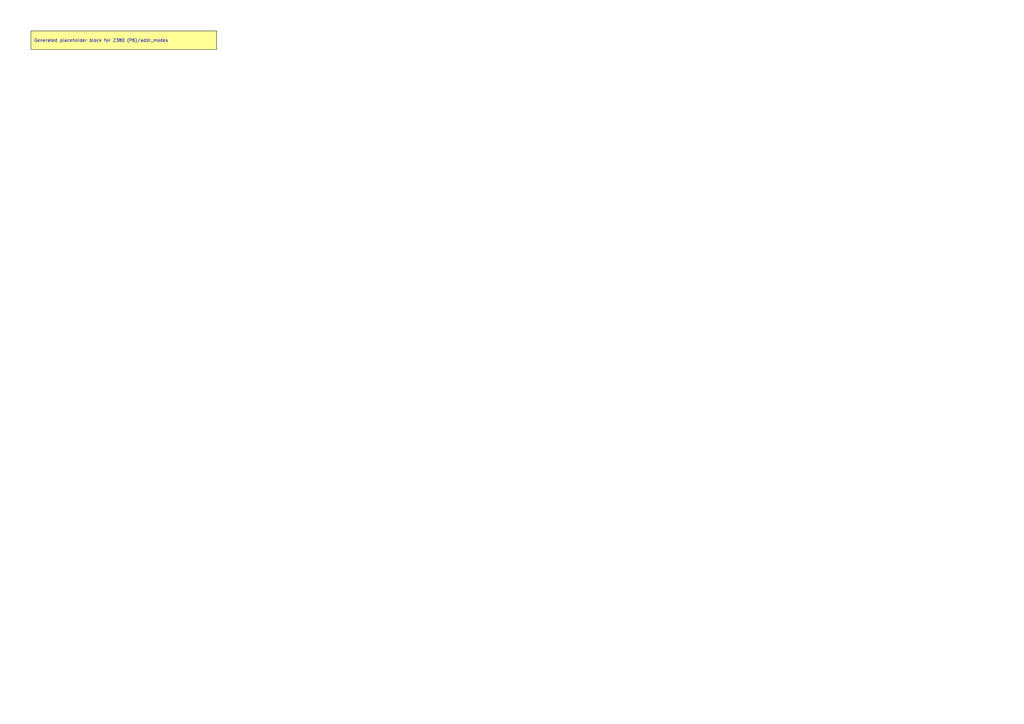
<source format=kicad_sch>
(kicad_sch
	(version 20250114)
	(generator "kicadgen")
	(generator_version "0.2")
	(uuid "27cbfb78-e18e-5070-8774-18571dfa5306")
	(paper "A3")
	(title_block
		(title "Z380 (P6)::addr_modes")
		(company "Project Carbon")
		(comment 1 "Generated - do not edit in generated/")
		(comment 2 "Edit in schem/kicad9/manual/ or refine mapping specs")
	)
	(lib_symbols)
	(text_box
		"Generated placeholder block for Z380 (P6)/addr_modes"
		(exclude_from_sim no)
		(at
			12.7
			12.7
			0
		)
		(size 76.2 7.62)
		(margins
			1.27
			1.27
			1.27
			1.27
		)
		(stroke
			(width 0)
			(type default)
			(color
				0
				0
				0
				1
			)
		)
		(fill
			(type color)
			(color
				255
				255
				150
				1
			)
		)
		(effects
			(font
				(size 1.27 1.27)
			)
			(justify left)
		)
		(uuid "fbbc9aad-ffae-5348-a1ff-12d8bffe7de8")
	)
	(sheet_instances
		(path
			"/"
			(page "1")
		)
	)
	(embedded_fonts no)
)

</source>
